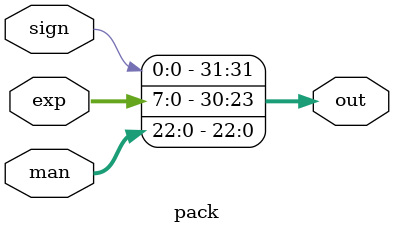
<source format=v>
/* ieee754_adder.v (Structural) — Soma IEEE 754 single precision (positivos)
   Módulos: unpack -> align -> add24 -> normalize -> pack
*/
//------------------------------------------------------------------------------
module ieee754_adder(
    input  [31:0] a,
    input  [31:0] b,
    output [31:0] result
);
    wire [7:0]  exp_a, exp_b;
    wire [23:0] man_a, man_b;
    wire [7:0]  exp_big;
    wire [23:0] man_as, man_bs;
    wire [24:0] sum_man;
    wire [24:0] norm_man;
    wire [7:0]  exp_out;

    unpack u_unpack_a(.in(a), .exp(exp_a), .man(man_a));
    unpack u_unpack_b(.in(b), .exp(exp_b), .man(man_b));
    align  u_align(.exp_a(exp_a), .exp_b(exp_b), .man_a(man_a), .man_b(man_b),
                   .exp_big(exp_big), .man_as(man_as), .man_bs(man_bs));
    add24  u_add(.a({1'b0,man_as}), .b({1'b0,man_bs}), .s(sum_man));
    normalize u_norm(.sum(sum_man), .exp_in(exp_big), .man_out(norm_man), .exp_out(exp_out));
    pack   u_pack(.sign(1'b0), .exp(exp_out), .man(norm_man[22:0]), .out(result));
endmodule

// Desempacota campos e adiciona bit implícito
module unpack(input [31:0] in, output [7:0] exp, output [23:0] man);
    assign exp = in[30:23];
    assign man = (exp==8'd0) ? {1'b0, in[22:0]} : {1'b1, in[22:0]};
endmodule

// Alinha mantissas ao maior expoente
module align(
    input  [7:0]  exp_a, exp_b,
    input  [23:0] man_a, man_b,
    output [7:0]  exp_big,
    output [23:0] man_as, man_bs
);
    wire a_ge_b = (exp_a >= exp_b);
    wire [7:0] diff = a_ge_b ? (exp_a - exp_b) : (exp_b - exp_a);
    assign exp_big = a_ge_b ? exp_a : exp_b;
    assign man_as  = a_ge_b ? man_a : (man_a >> diff);
    assign man_bs  = a_ge_b ? (man_b >> diff) : man_b;
endmodule

// Soma 25 bits
module add24(input [24:0] a, input [24:0] b, output [24:0] s);
    assign s = a + b;
endmodule

// Normalização simples
module normalize(
    input  [24:0] sum,
    input  [7:0]  exp_in,
    output [24:0] man_out,
    output [7:0]  exp_out
);
    wire carry = sum[24];
    wire [24:0] sh = carry ? (sum >> 1) : sum;
    wire [7:0]  ex = carry ? (exp_in + 8'd1) : exp_in;

    // Priority encoder para leading zeros nos 24 bits altos
    wire [23:0] top = sh[23:0];
    wire [4:0] lead0 =
          top[23] ? 5'd0  :
          top[22] ? 5'd1  :
          top[21] ? 5'd2  :
          top[20] ? 5'd3  :
          top[19] ? 5'd4  :
          top[18] ? 5'd5  :
          top[17] ? 5'd6  :
          top[16] ? 5'd7  :
          top[15] ? 5'd8  :
          top[14] ? 5'd9  :
          top[13] ? 5'd10 :
          top[12] ? 5'd11 :
          top[11] ? 5'd12 :
          top[10] ? 5'd13 :
          top[9]  ? 5'd14 :
          top[8]  ? 5'd15 :
          top[7]  ? 5'd16 :
          top[6]  ? 5'd17 :
          top[5]  ? 5'd18 :
          top[4]  ? 5'd19 :
          top[3]  ? 5'd20 :
          top[2]  ? 5'd21 :
          top[1]  ? 5'd22 :
          top[0]  ? 5'd23 : 5'd24;

    assign man_out = carry ? sh : (sh << lead0);
    assign exp_out = carry ? ex : ((ex > lead0) ? (ex - lead0) : 8'd0);
endmodule

// Empacota resultado final (sinal 0)
module pack(input sign, input [7:0] exp, input [22:0] man, output [31:0] out);
    assign out = {sign, exp, man};
endmodule

</source>
